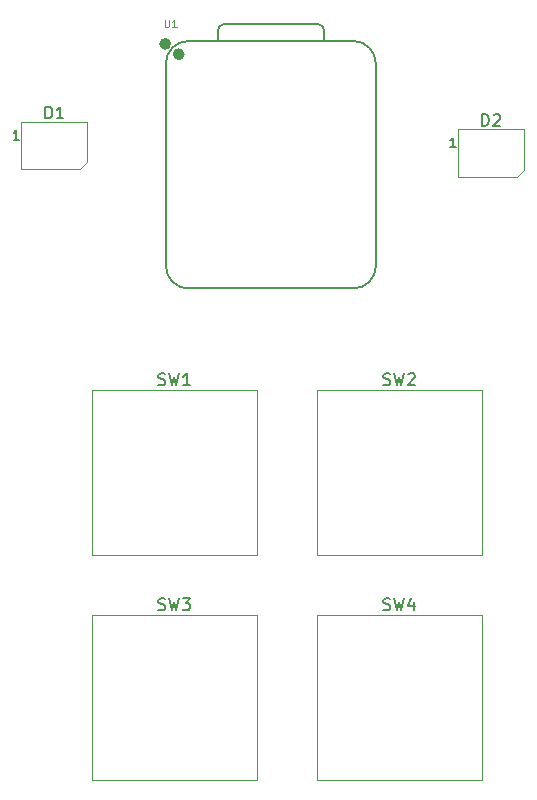
<source format=gbr>
%TF.GenerationSoftware,KiCad,Pcbnew,8.0.8-8.0.8-0~ubuntu24.04.1*%
%TF.CreationDate,2025-02-20T15:32:55-05:00*%
%TF.ProjectId,projects,70726f6a-6563-4747-932e-6b696361645f,rev?*%
%TF.SameCoordinates,Original*%
%TF.FileFunction,Legend,Top*%
%TF.FilePolarity,Positive*%
%FSLAX46Y46*%
G04 Gerber Fmt 4.6, Leading zero omitted, Abs format (unit mm)*
G04 Created by KiCad (PCBNEW 8.0.8-8.0.8-0~ubuntu24.04.1) date 2025-02-20 15:32:55*
%MOMM*%
%LPD*%
G01*
G04 APERTURE LIST*
%ADD10C,0.150000*%
%ADD11C,0.101600*%
%ADD12C,0.120000*%
%ADD13C,0.127000*%
%ADD14C,0.100000*%
%ADD15C,0.504000*%
G04 APERTURE END LIST*
D10*
X93916667Y-85401950D02*
X94059524Y-85449569D01*
X94059524Y-85449569D02*
X94297619Y-85449569D01*
X94297619Y-85449569D02*
X94392857Y-85401950D01*
X94392857Y-85401950D02*
X94440476Y-85354330D01*
X94440476Y-85354330D02*
X94488095Y-85259092D01*
X94488095Y-85259092D02*
X94488095Y-85163854D01*
X94488095Y-85163854D02*
X94440476Y-85068616D01*
X94440476Y-85068616D02*
X94392857Y-85020997D01*
X94392857Y-85020997D02*
X94297619Y-84973378D01*
X94297619Y-84973378D02*
X94107143Y-84925759D01*
X94107143Y-84925759D02*
X94011905Y-84878140D01*
X94011905Y-84878140D02*
X93964286Y-84830521D01*
X93964286Y-84830521D02*
X93916667Y-84735283D01*
X93916667Y-84735283D02*
X93916667Y-84640045D01*
X93916667Y-84640045D02*
X93964286Y-84544807D01*
X93964286Y-84544807D02*
X94011905Y-84497188D01*
X94011905Y-84497188D02*
X94107143Y-84449569D01*
X94107143Y-84449569D02*
X94345238Y-84449569D01*
X94345238Y-84449569D02*
X94488095Y-84497188D01*
X94821429Y-84449569D02*
X95059524Y-85449569D01*
X95059524Y-85449569D02*
X95250000Y-84735283D01*
X95250000Y-84735283D02*
X95440476Y-85449569D01*
X95440476Y-85449569D02*
X95678572Y-84449569D01*
X96488095Y-84782902D02*
X96488095Y-85449569D01*
X96250000Y-84401950D02*
X96011905Y-85116235D01*
X96011905Y-85116235D02*
X96630952Y-85116235D01*
X74866667Y-66351950D02*
X75009524Y-66399569D01*
X75009524Y-66399569D02*
X75247619Y-66399569D01*
X75247619Y-66399569D02*
X75342857Y-66351950D01*
X75342857Y-66351950D02*
X75390476Y-66304330D01*
X75390476Y-66304330D02*
X75438095Y-66209092D01*
X75438095Y-66209092D02*
X75438095Y-66113854D01*
X75438095Y-66113854D02*
X75390476Y-66018616D01*
X75390476Y-66018616D02*
X75342857Y-65970997D01*
X75342857Y-65970997D02*
X75247619Y-65923378D01*
X75247619Y-65923378D02*
X75057143Y-65875759D01*
X75057143Y-65875759D02*
X74961905Y-65828140D01*
X74961905Y-65828140D02*
X74914286Y-65780521D01*
X74914286Y-65780521D02*
X74866667Y-65685283D01*
X74866667Y-65685283D02*
X74866667Y-65590045D01*
X74866667Y-65590045D02*
X74914286Y-65494807D01*
X74914286Y-65494807D02*
X74961905Y-65447188D01*
X74961905Y-65447188D02*
X75057143Y-65399569D01*
X75057143Y-65399569D02*
X75295238Y-65399569D01*
X75295238Y-65399569D02*
X75438095Y-65447188D01*
X75771429Y-65399569D02*
X76009524Y-66399569D01*
X76009524Y-66399569D02*
X76200000Y-65685283D01*
X76200000Y-65685283D02*
X76390476Y-66399569D01*
X76390476Y-66399569D02*
X76628572Y-65399569D01*
X77533333Y-66399569D02*
X76961905Y-66399569D01*
X77247619Y-66399569D02*
X77247619Y-65399569D01*
X77247619Y-65399569D02*
X77152381Y-65542426D01*
X77152381Y-65542426D02*
X77057143Y-65637664D01*
X77057143Y-65637664D02*
X76961905Y-65685283D01*
X102286905Y-44454819D02*
X102286905Y-43454819D01*
X102286905Y-43454819D02*
X102525000Y-43454819D01*
X102525000Y-43454819D02*
X102667857Y-43502438D01*
X102667857Y-43502438D02*
X102763095Y-43597676D01*
X102763095Y-43597676D02*
X102810714Y-43692914D01*
X102810714Y-43692914D02*
X102858333Y-43883390D01*
X102858333Y-43883390D02*
X102858333Y-44026247D01*
X102858333Y-44026247D02*
X102810714Y-44216723D01*
X102810714Y-44216723D02*
X102763095Y-44311961D01*
X102763095Y-44311961D02*
X102667857Y-44407200D01*
X102667857Y-44407200D02*
X102525000Y-44454819D01*
X102525000Y-44454819D02*
X102286905Y-44454819D01*
X103239286Y-43550057D02*
X103286905Y-43502438D01*
X103286905Y-43502438D02*
X103382143Y-43454819D01*
X103382143Y-43454819D02*
X103620238Y-43454819D01*
X103620238Y-43454819D02*
X103715476Y-43502438D01*
X103715476Y-43502438D02*
X103763095Y-43550057D01*
X103763095Y-43550057D02*
X103810714Y-43645295D01*
X103810714Y-43645295D02*
X103810714Y-43740533D01*
X103810714Y-43740533D02*
X103763095Y-43883390D01*
X103763095Y-43883390D02*
X103191667Y-44454819D01*
X103191667Y-44454819D02*
X103810714Y-44454819D01*
X100053571Y-46237295D02*
X99596428Y-46237295D01*
X99825000Y-46237295D02*
X99825000Y-45437295D01*
X99825000Y-45437295D02*
X99748809Y-45551580D01*
X99748809Y-45551580D02*
X99672619Y-45627771D01*
X99672619Y-45627771D02*
X99596428Y-45665866D01*
D11*
X75407190Y-35459229D02*
X75407190Y-35973276D01*
X75407190Y-35973276D02*
X75437428Y-36033752D01*
X75437428Y-36033752D02*
X75467666Y-36063991D01*
X75467666Y-36063991D02*
X75528142Y-36094229D01*
X75528142Y-36094229D02*
X75649095Y-36094229D01*
X75649095Y-36094229D02*
X75709571Y-36063991D01*
X75709571Y-36063991D02*
X75739809Y-36033752D01*
X75739809Y-36033752D02*
X75770047Y-35973276D01*
X75770047Y-35973276D02*
X75770047Y-35459229D01*
X76405047Y-36094229D02*
X76042190Y-36094229D01*
X76223618Y-36094229D02*
X76223618Y-35459229D01*
X76223618Y-35459229D02*
X76163142Y-35549943D01*
X76163142Y-35549943D02*
X76102666Y-35610419D01*
X76102666Y-35610419D02*
X76042190Y-35640657D01*
D10*
X74866667Y-85401950D02*
X75009524Y-85449569D01*
X75009524Y-85449569D02*
X75247619Y-85449569D01*
X75247619Y-85449569D02*
X75342857Y-85401950D01*
X75342857Y-85401950D02*
X75390476Y-85354330D01*
X75390476Y-85354330D02*
X75438095Y-85259092D01*
X75438095Y-85259092D02*
X75438095Y-85163854D01*
X75438095Y-85163854D02*
X75390476Y-85068616D01*
X75390476Y-85068616D02*
X75342857Y-85020997D01*
X75342857Y-85020997D02*
X75247619Y-84973378D01*
X75247619Y-84973378D02*
X75057143Y-84925759D01*
X75057143Y-84925759D02*
X74961905Y-84878140D01*
X74961905Y-84878140D02*
X74914286Y-84830521D01*
X74914286Y-84830521D02*
X74866667Y-84735283D01*
X74866667Y-84735283D02*
X74866667Y-84640045D01*
X74866667Y-84640045D02*
X74914286Y-84544807D01*
X74914286Y-84544807D02*
X74961905Y-84497188D01*
X74961905Y-84497188D02*
X75057143Y-84449569D01*
X75057143Y-84449569D02*
X75295238Y-84449569D01*
X75295238Y-84449569D02*
X75438095Y-84497188D01*
X75771429Y-84449569D02*
X76009524Y-85449569D01*
X76009524Y-85449569D02*
X76200000Y-84735283D01*
X76200000Y-84735283D02*
X76390476Y-85449569D01*
X76390476Y-85449569D02*
X76628572Y-84449569D01*
X76914286Y-84449569D02*
X77533333Y-84449569D01*
X77533333Y-84449569D02*
X77200000Y-84830521D01*
X77200000Y-84830521D02*
X77342857Y-84830521D01*
X77342857Y-84830521D02*
X77438095Y-84878140D01*
X77438095Y-84878140D02*
X77485714Y-84925759D01*
X77485714Y-84925759D02*
X77533333Y-85020997D01*
X77533333Y-85020997D02*
X77533333Y-85259092D01*
X77533333Y-85259092D02*
X77485714Y-85354330D01*
X77485714Y-85354330D02*
X77438095Y-85401950D01*
X77438095Y-85401950D02*
X77342857Y-85449569D01*
X77342857Y-85449569D02*
X77057143Y-85449569D01*
X77057143Y-85449569D02*
X76961905Y-85401950D01*
X76961905Y-85401950D02*
X76914286Y-85354330D01*
X65305655Y-43823569D02*
X65305655Y-42823569D01*
X65305655Y-42823569D02*
X65543750Y-42823569D01*
X65543750Y-42823569D02*
X65686607Y-42871188D01*
X65686607Y-42871188D02*
X65781845Y-42966426D01*
X65781845Y-42966426D02*
X65829464Y-43061664D01*
X65829464Y-43061664D02*
X65877083Y-43252140D01*
X65877083Y-43252140D02*
X65877083Y-43394997D01*
X65877083Y-43394997D02*
X65829464Y-43585473D01*
X65829464Y-43585473D02*
X65781845Y-43680711D01*
X65781845Y-43680711D02*
X65686607Y-43775950D01*
X65686607Y-43775950D02*
X65543750Y-43823569D01*
X65543750Y-43823569D02*
X65305655Y-43823569D01*
X66829464Y-43823569D02*
X66258036Y-43823569D01*
X66543750Y-43823569D02*
X66543750Y-42823569D01*
X66543750Y-42823569D02*
X66448512Y-42966426D01*
X66448512Y-42966426D02*
X66353274Y-43061664D01*
X66353274Y-43061664D02*
X66258036Y-43109283D01*
X63072321Y-45606045D02*
X62615178Y-45606045D01*
X62843750Y-45606045D02*
X62843750Y-44806045D01*
X62843750Y-44806045D02*
X62767559Y-44920330D01*
X62767559Y-44920330D02*
X62691369Y-44996521D01*
X62691369Y-44996521D02*
X62615178Y-45034616D01*
X93916667Y-66351950D02*
X94059524Y-66399569D01*
X94059524Y-66399569D02*
X94297619Y-66399569D01*
X94297619Y-66399569D02*
X94392857Y-66351950D01*
X94392857Y-66351950D02*
X94440476Y-66304330D01*
X94440476Y-66304330D02*
X94488095Y-66209092D01*
X94488095Y-66209092D02*
X94488095Y-66113854D01*
X94488095Y-66113854D02*
X94440476Y-66018616D01*
X94440476Y-66018616D02*
X94392857Y-65970997D01*
X94392857Y-65970997D02*
X94297619Y-65923378D01*
X94297619Y-65923378D02*
X94107143Y-65875759D01*
X94107143Y-65875759D02*
X94011905Y-65828140D01*
X94011905Y-65828140D02*
X93964286Y-65780521D01*
X93964286Y-65780521D02*
X93916667Y-65685283D01*
X93916667Y-65685283D02*
X93916667Y-65590045D01*
X93916667Y-65590045D02*
X93964286Y-65494807D01*
X93964286Y-65494807D02*
X94011905Y-65447188D01*
X94011905Y-65447188D02*
X94107143Y-65399569D01*
X94107143Y-65399569D02*
X94345238Y-65399569D01*
X94345238Y-65399569D02*
X94488095Y-65447188D01*
X94821429Y-65399569D02*
X95059524Y-66399569D01*
X95059524Y-66399569D02*
X95250000Y-65685283D01*
X95250000Y-65685283D02*
X95440476Y-66399569D01*
X95440476Y-66399569D02*
X95678572Y-65399569D01*
X96011905Y-65494807D02*
X96059524Y-65447188D01*
X96059524Y-65447188D02*
X96154762Y-65399569D01*
X96154762Y-65399569D02*
X96392857Y-65399569D01*
X96392857Y-65399569D02*
X96488095Y-65447188D01*
X96488095Y-65447188D02*
X96535714Y-65494807D01*
X96535714Y-65494807D02*
X96583333Y-65590045D01*
X96583333Y-65590045D02*
X96583333Y-65685283D01*
X96583333Y-65685283D02*
X96535714Y-65828140D01*
X96535714Y-65828140D02*
X95964286Y-66399569D01*
X95964286Y-66399569D02*
X96583333Y-66399569D01*
D12*
%TO.C,SW4*%
X88265000Y-85883750D02*
X102235000Y-85883750D01*
X88265000Y-99853750D02*
X88265000Y-85883750D01*
X102235000Y-85883750D02*
X102235000Y-99853750D01*
X102235000Y-99853750D02*
X88265000Y-99853750D01*
%TO.C,SW1*%
X69215000Y-66833750D02*
X83185000Y-66833750D01*
X69215000Y-80803750D02*
X69215000Y-66833750D01*
X83185000Y-66833750D02*
X83185000Y-80803750D01*
X83185000Y-80803750D02*
X69215000Y-80803750D01*
%TO.C,D2*%
X100225000Y-44750000D02*
X100225000Y-48750000D01*
X100225000Y-44750000D02*
X105825000Y-44750000D01*
X100225000Y-48750000D02*
X105225000Y-48750000D01*
X105825000Y-48150000D02*
X105225000Y-48750000D01*
X105825000Y-48150000D02*
X105825000Y-44750000D01*
D13*
%TO.C,U1*%
X75501000Y-56314750D02*
X75501000Y-39169750D01*
X77406000Y-58219750D02*
X91376000Y-58219750D01*
X79896000Y-37264750D02*
X79899728Y-36354478D01*
X80399728Y-35854750D02*
X88395000Y-35854750D01*
X88895000Y-36354750D02*
X88895000Y-37264750D01*
D14*
X91376000Y-37264750D02*
X77406000Y-37264750D01*
D13*
X91376000Y-37264750D02*
X77406000Y-37264750D01*
X93281000Y-56314750D02*
X93281000Y-39169750D01*
X75501000Y-39169750D02*
G75*
G02*
X77406000Y-37264750I1905001J-1D01*
G01*
X77406000Y-58219750D02*
G75*
G02*
X75501000Y-56314750I1J1905001D01*
G01*
X79899728Y-36354478D02*
G75*
G02*
X80399728Y-35854751I500018J-291D01*
G01*
X88395000Y-35854750D02*
G75*
G02*
X88895000Y-36354750I0J-500000D01*
G01*
X91376000Y-37264750D02*
G75*
G02*
X93281000Y-39169750I0J-1905000D01*
G01*
X93281000Y-56314750D02*
G75*
G02*
X91376000Y-58219750I-1905000J0D01*
G01*
D15*
X75693000Y-37505750D02*
G75*
G02*
X75189000Y-37505750I-252000J0D01*
G01*
X75189000Y-37505750D02*
G75*
G02*
X75693000Y-37505750I252000J0D01*
G01*
X76836000Y-38385750D02*
G75*
G02*
X76332000Y-38385750I-252000J0D01*
G01*
X76332000Y-38385750D02*
G75*
G02*
X76836000Y-38385750I252000J0D01*
G01*
D12*
%TO.C,SW3*%
X69215000Y-85883750D02*
X83185000Y-85883750D01*
X69215000Y-99853750D02*
X69215000Y-85883750D01*
X83185000Y-85883750D02*
X83185000Y-99853750D01*
X83185000Y-99853750D02*
X69215000Y-99853750D01*
%TO.C,D1*%
X63243750Y-44118750D02*
X63243750Y-48118750D01*
X63243750Y-44118750D02*
X68843750Y-44118750D01*
X63243750Y-48118750D02*
X68243750Y-48118750D01*
X68843750Y-47518750D02*
X68243750Y-48118750D01*
X68843750Y-47518750D02*
X68843750Y-44118750D01*
%TO.C,SW2*%
X88265000Y-66833750D02*
X102235000Y-66833750D01*
X88265000Y-80803750D02*
X88265000Y-66833750D01*
X102235000Y-66833750D02*
X102235000Y-80803750D01*
X102235000Y-80803750D02*
X88265000Y-80803750D01*
%TD*%
M02*

</source>
